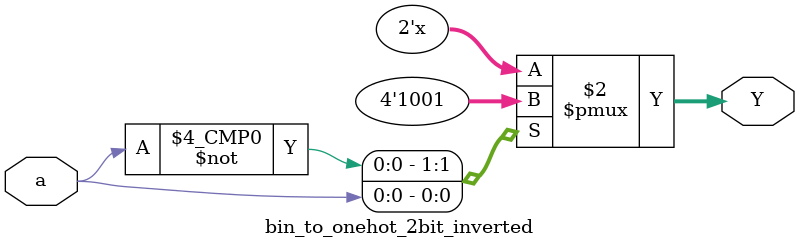
<source format=sv>
`timescale 1ns / 1ps


module bin_to_onehot_2bit_inverted
    (
    input logic a,
    output logic [1:0]Y
    );
    always_comb begin
        case(a)
            4'b0: Y=2'b10;
            4'b1: Y=2'b01;
            default: Y=2'b00;
        endcase
    end
endmodule

</source>
